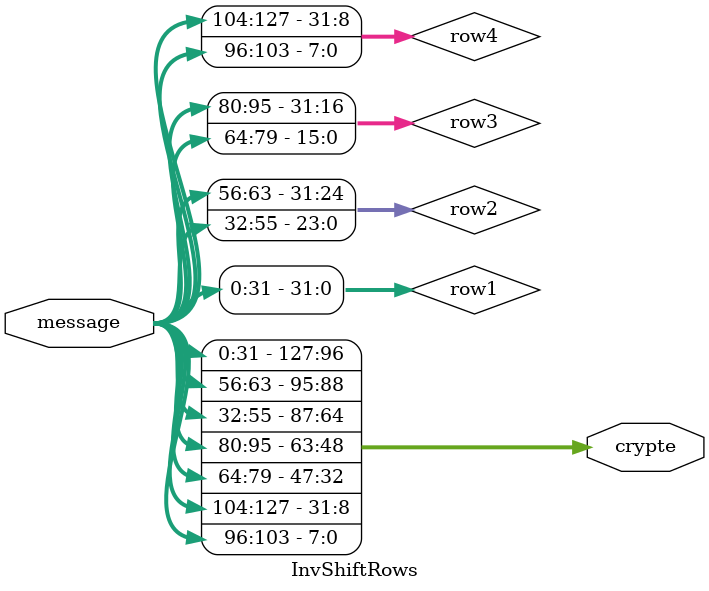
<source format=sv>

module InvShiftRows (
  input logic[0:127]    message,
  output logic[0:127]    crypte
);


// == Main Code ================================================================

logic [31:0] row1, row2, row3, row4;

assign row1 = {message[0+:8],message[0+8+:8],message[0+16+:8],message[0+24+:8]}; // No shift
assign row2 = {message[32+24+:8],message[32+:8],message[32+8+:8],message[32+16+:8]}; // 1 shift right
assign row3 = {message[64+16+:8],message[64+24+:8],message[64+:8],message[64+8+:8]}; // 2 shift right
assign row4 = {message[96+8+:8],message[96+16+:8],message[96+24+:8],message[96+:8]}; // 3 shift right

assign crypte = {row1,row2,row3,row4};

endmodule



</source>
